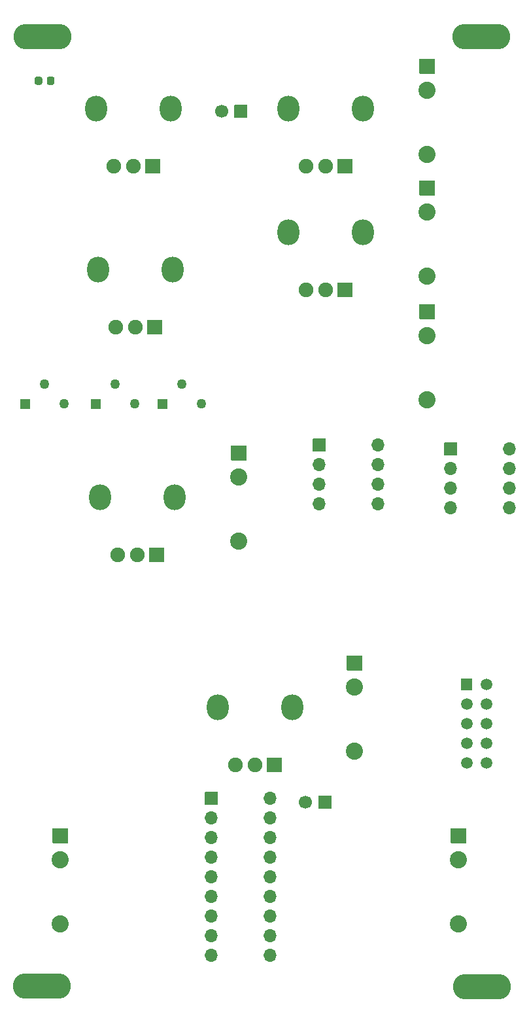
<source format=gbs>
%TF.GenerationSoftware,KiCad,Pcbnew,5.1.8*%
%TF.CreationDate,2020-12-17T16:54:15+01:00*%
%TF.ProjectId,AS3320-VCF,41533333-3230-42d5-9643-462e6b696361,1*%
%TF.SameCoordinates,Original*%
%TF.FileFunction,Soldermask,Bot*%
%TF.FilePolarity,Negative*%
%FSLAX46Y46*%
G04 Gerber Fmt 4.6, Leading zero omitted, Abs format (unit mm)*
G04 Created by KiCad (PCBNEW 5.1.8) date 2020-12-17 16:54:15*
%MOMM*%
%LPD*%
G01*
G04 APERTURE LIST*
%ADD10O,1.700000X1.700000*%
%ADD11C,1.268000*%
%ADD12C,1.900000*%
%ADD13O,2.820000X3.340000*%
%ADD14C,2.230000*%
%ADD15C,1.498000*%
%ADD16C,1.700000*%
%ADD17O,7.500000X3.300000*%
G04 APERTURE END LIST*
D10*
%TO.C,U3*%
X152654000Y-83820000D03*
X145034000Y-91440000D03*
X152654000Y-86360000D03*
X145034000Y-88900000D03*
X152654000Y-88900000D03*
X145034000Y-86360000D03*
X152654000Y-91440000D03*
G36*
G01*
X144184000Y-84620000D02*
X144184000Y-83020000D01*
G75*
G02*
X144234000Y-82970000I50000J0D01*
G01*
X145834000Y-82970000D01*
G75*
G02*
X145884000Y-83020000I0J-50000D01*
G01*
X145884000Y-84620000D01*
G75*
G02*
X145834000Y-84670000I-50000J0D01*
G01*
X144234000Y-84670000D01*
G75*
G02*
X144184000Y-84620000I0J50000D01*
G01*
G37*
%TD*%
%TO.C,U2*%
X138684000Y-129540000D03*
X131064000Y-149860000D03*
X138684000Y-132080000D03*
X131064000Y-147320000D03*
X138684000Y-134620000D03*
X131064000Y-144780000D03*
X138684000Y-137160000D03*
X131064000Y-142240000D03*
X138684000Y-139700000D03*
X131064000Y-139700000D03*
X138684000Y-142240000D03*
X131064000Y-137160000D03*
X138684000Y-144780000D03*
X131064000Y-134620000D03*
X138684000Y-147320000D03*
X131064000Y-132080000D03*
X138684000Y-149860000D03*
G36*
G01*
X130214000Y-130340000D02*
X130214000Y-128740000D01*
G75*
G02*
X130264000Y-128690000I50000J0D01*
G01*
X131864000Y-128690000D01*
G75*
G02*
X131914000Y-128740000I0J-50000D01*
G01*
X131914000Y-130340000D01*
G75*
G02*
X131864000Y-130390000I-50000J0D01*
G01*
X130264000Y-130390000D01*
G75*
G02*
X130214000Y-130340000I0J50000D01*
G01*
G37*
%TD*%
%TO.C,U1*%
X169672000Y-84328000D03*
X162052000Y-91948000D03*
X169672000Y-86868000D03*
X162052000Y-89408000D03*
X169672000Y-89408000D03*
X162052000Y-86868000D03*
X169672000Y-91948000D03*
G36*
G01*
X161202000Y-85128000D02*
X161202000Y-83528000D01*
G75*
G02*
X161252000Y-83478000I50000J0D01*
G01*
X162852000Y-83478000D01*
G75*
G02*
X162902000Y-83528000I0J-50000D01*
G01*
X162902000Y-85128000D01*
G75*
G02*
X162852000Y-85178000I-50000J0D01*
G01*
X161252000Y-85178000D01*
G75*
G02*
X161202000Y-85128000I0J50000D01*
G01*
G37*
%TD*%
%TO.C,RV9*%
G36*
G01*
X115444000Y-79070000D02*
X115444000Y-77902000D01*
G75*
G02*
X115494000Y-77852000I50000J0D01*
G01*
X116662000Y-77852000D01*
G75*
G02*
X116712000Y-77902000I0J-50000D01*
G01*
X116712000Y-79070000D01*
G75*
G02*
X116662000Y-79120000I-50000J0D01*
G01*
X115494000Y-79120000D01*
G75*
G02*
X115444000Y-79070000I0J50000D01*
G01*
G37*
D11*
X121158000Y-78486000D03*
X118618000Y-75946000D03*
%TD*%
%TO.C,RV8*%
X127254000Y-75946000D03*
X129794000Y-78486000D03*
G36*
G01*
X124080000Y-79070000D02*
X124080000Y-77902000D01*
G75*
G02*
X124130000Y-77852000I50000J0D01*
G01*
X125298000Y-77852000D01*
G75*
G02*
X125348000Y-77902000I0J-50000D01*
G01*
X125348000Y-79070000D01*
G75*
G02*
X125298000Y-79120000I-50000J0D01*
G01*
X124130000Y-79120000D01*
G75*
G02*
X124080000Y-79070000I0J50000D01*
G01*
G37*
%TD*%
%TO.C,RV7*%
X109474000Y-75946000D03*
X112014000Y-78486000D03*
G36*
G01*
X106300000Y-79070000D02*
X106300000Y-77902000D01*
G75*
G02*
X106350000Y-77852000I50000J0D01*
G01*
X107518000Y-77852000D01*
G75*
G02*
X107568000Y-77902000I0J-50000D01*
G01*
X107568000Y-79070000D01*
G75*
G02*
X107518000Y-79120000I-50000J0D01*
G01*
X106350000Y-79120000D01*
G75*
G02*
X106300000Y-79070000I0J50000D01*
G01*
G37*
%TD*%
%TO.C,RV6*%
G36*
G01*
X147386000Y-48652000D02*
X147386000Y-46852000D01*
G75*
G02*
X147436000Y-46802000I50000J0D01*
G01*
X149236000Y-46802000D01*
G75*
G02*
X149286000Y-46852000I0J-50000D01*
G01*
X149286000Y-48652000D01*
G75*
G02*
X149236000Y-48702000I-50000J0D01*
G01*
X147436000Y-48702000D01*
G75*
G02*
X147386000Y-48652000I0J50000D01*
G01*
G37*
D12*
X145836000Y-47752000D03*
X143336000Y-47752000D03*
D13*
X141036000Y-40252000D03*
X150636000Y-40252000D03*
%TD*%
%TO.C,RV5*%
G36*
G01*
X147386000Y-64654000D02*
X147386000Y-62854000D01*
G75*
G02*
X147436000Y-62804000I50000J0D01*
G01*
X149236000Y-62804000D01*
G75*
G02*
X149286000Y-62854000I0J-50000D01*
G01*
X149286000Y-64654000D01*
G75*
G02*
X149236000Y-64704000I-50000J0D01*
G01*
X147436000Y-64704000D01*
G75*
G02*
X147386000Y-64654000I0J50000D01*
G01*
G37*
D12*
X145836000Y-63754000D03*
X143336000Y-63754000D03*
D13*
X141036000Y-56254000D03*
X150636000Y-56254000D03*
%TD*%
%TO.C,RES*%
X125998000Y-61080000D03*
X116398000Y-61080000D03*
D12*
X118698000Y-68580000D03*
X121198000Y-68580000D03*
G36*
G01*
X122748000Y-69480000D02*
X122748000Y-67680000D01*
G75*
G02*
X122798000Y-67630000I50000J0D01*
G01*
X124598000Y-67630000D01*
G75*
G02*
X124648000Y-67680000I0J-50000D01*
G01*
X124648000Y-69480000D01*
G75*
G02*
X124598000Y-69530000I-50000J0D01*
G01*
X122798000Y-69530000D01*
G75*
G02*
X122748000Y-69480000I0J50000D01*
G01*
G37*
%TD*%
D13*
%TO.C,FREQ*%
X125744000Y-40252000D03*
X116144000Y-40252000D03*
D12*
X118444000Y-47752000D03*
X120944000Y-47752000D03*
G36*
G01*
X122494000Y-48652000D02*
X122494000Y-46852000D01*
G75*
G02*
X122544000Y-46802000I50000J0D01*
G01*
X124344000Y-46802000D01*
G75*
G02*
X124394000Y-46852000I0J-50000D01*
G01*
X124394000Y-48652000D01*
G75*
G02*
X124344000Y-48702000I-50000J0D01*
G01*
X122544000Y-48702000D01*
G75*
G02*
X122494000Y-48652000I0J50000D01*
G01*
G37*
%TD*%
D13*
%TO.C,RV2*%
X126252000Y-90544000D03*
X116652000Y-90544000D03*
D12*
X118952000Y-98044000D03*
X121452000Y-98044000D03*
G36*
G01*
X123002000Y-98944000D02*
X123002000Y-97144000D01*
G75*
G02*
X123052000Y-97094000I50000J0D01*
G01*
X124852000Y-97094000D01*
G75*
G02*
X124902000Y-97144000I0J-50000D01*
G01*
X124902000Y-98944000D01*
G75*
G02*
X124852000Y-98994000I-50000J0D01*
G01*
X123052000Y-98994000D01*
G75*
G02*
X123002000Y-98944000I0J50000D01*
G01*
G37*
%TD*%
D13*
%TO.C,RV1*%
X141492000Y-117722000D03*
X131892000Y-117722000D03*
D12*
X134192000Y-125222000D03*
X136692000Y-125222000D03*
G36*
G01*
X138242000Y-126122000D02*
X138242000Y-124322000D01*
G75*
G02*
X138292000Y-124272000I50000J0D01*
G01*
X140092000Y-124272000D01*
G75*
G02*
X140142000Y-124322000I0J-50000D01*
G01*
X140142000Y-126122000D01*
G75*
G02*
X140092000Y-126172000I-50000J0D01*
G01*
X138292000Y-126172000D01*
G75*
G02*
X138242000Y-126122000I0J50000D01*
G01*
G37*
%TD*%
D14*
%TO.C,J8*%
X111506000Y-137466000D03*
G36*
G01*
X110491000Y-135281000D02*
X110491000Y-133451000D01*
G75*
G02*
X110541000Y-133401000I50000J0D01*
G01*
X112471000Y-133401000D01*
G75*
G02*
X112521000Y-133451000I0J-50000D01*
G01*
X112521000Y-135281000D01*
G75*
G02*
X112471000Y-135331000I-50000J0D01*
G01*
X110541000Y-135331000D01*
G75*
G02*
X110491000Y-135281000I0J50000D01*
G01*
G37*
X111506000Y-145766000D03*
%TD*%
D15*
%TO.C,J7*%
X164100000Y-124968000D03*
X164100000Y-122428000D03*
X166640000Y-124968000D03*
X166640000Y-122428000D03*
G36*
G01*
X163401000Y-114059000D02*
X164799000Y-114059000D01*
G75*
G02*
X164849000Y-114109000I0J-50000D01*
G01*
X164849000Y-115507000D01*
G75*
G02*
X164799000Y-115557000I-50000J0D01*
G01*
X163401000Y-115557000D01*
G75*
G02*
X163351000Y-115507000I0J50000D01*
G01*
X163351000Y-114109000D01*
G75*
G02*
X163401000Y-114059000I50000J0D01*
G01*
G37*
X164100000Y-117348000D03*
X166640000Y-114808000D03*
X166640000Y-117348000D03*
X164100000Y-119888000D03*
X166640000Y-119888000D03*
%TD*%
D14*
%TO.C,J6*%
X134620000Y-96236000D03*
G36*
G01*
X133605000Y-85751000D02*
X133605000Y-83921000D01*
G75*
G02*
X133655000Y-83871000I50000J0D01*
G01*
X135585000Y-83871000D01*
G75*
G02*
X135635000Y-83921000I0J-50000D01*
G01*
X135635000Y-85751000D01*
G75*
G02*
X135585000Y-85801000I-50000J0D01*
G01*
X133655000Y-85801000D01*
G75*
G02*
X133605000Y-85751000I0J50000D01*
G01*
G37*
X134620000Y-87936000D03*
%TD*%
%TO.C,J5*%
X163068000Y-137466000D03*
G36*
G01*
X162053000Y-135281000D02*
X162053000Y-133451000D01*
G75*
G02*
X162103000Y-133401000I50000J0D01*
G01*
X164033000Y-133401000D01*
G75*
G02*
X164083000Y-133451000I0J-50000D01*
G01*
X164083000Y-135281000D01*
G75*
G02*
X164033000Y-135331000I-50000J0D01*
G01*
X162103000Y-135331000D01*
G75*
G02*
X162053000Y-135281000I0J50000D01*
G01*
G37*
X163068000Y-145766000D03*
%TD*%
%TO.C,J4*%
X149606000Y-123414000D03*
G36*
G01*
X148591000Y-112929000D02*
X148591000Y-111099000D01*
G75*
G02*
X148641000Y-111049000I50000J0D01*
G01*
X150571000Y-111049000D01*
G75*
G02*
X150621000Y-111099000I0J-50000D01*
G01*
X150621000Y-112929000D01*
G75*
G02*
X150571000Y-112979000I-50000J0D01*
G01*
X148641000Y-112979000D01*
G75*
G02*
X148591000Y-112929000I0J50000D01*
G01*
G37*
X149606000Y-115114000D03*
%TD*%
%TO.C,J3*%
X159004000Y-37898000D03*
G36*
G01*
X157989000Y-35713000D02*
X157989000Y-33883000D01*
G75*
G02*
X158039000Y-33833000I50000J0D01*
G01*
X159969000Y-33833000D01*
G75*
G02*
X160019000Y-33883000I0J-50000D01*
G01*
X160019000Y-35713000D01*
G75*
G02*
X159969000Y-35763000I-50000J0D01*
G01*
X158039000Y-35763000D01*
G75*
G02*
X157989000Y-35713000I0J50000D01*
G01*
G37*
X159004000Y-46198000D03*
%TD*%
%TO.C,J2*%
X159004000Y-53646000D03*
G36*
G01*
X157989000Y-51461000D02*
X157989000Y-49631000D01*
G75*
G02*
X158039000Y-49581000I50000J0D01*
G01*
X159969000Y-49581000D01*
G75*
G02*
X160019000Y-49631000I0J-50000D01*
G01*
X160019000Y-51461000D01*
G75*
G02*
X159969000Y-51511000I-50000J0D01*
G01*
X158039000Y-51511000D01*
G75*
G02*
X157989000Y-51461000I0J50000D01*
G01*
G37*
X159004000Y-61946000D03*
%TD*%
%TO.C,J1*%
X159004000Y-77948000D03*
G36*
G01*
X157989000Y-67463000D02*
X157989000Y-65633000D01*
G75*
G02*
X158039000Y-65583000I50000J0D01*
G01*
X159969000Y-65583000D01*
G75*
G02*
X160019000Y-65633000I0J-50000D01*
G01*
X160019000Y-67463000D01*
G75*
G02*
X159969000Y-67513000I-50000J0D01*
G01*
X158039000Y-67513000D01*
G75*
G02*
X157989000Y-67463000I0J50000D01*
G01*
G37*
X159004000Y-69648000D03*
%TD*%
%TO.C,D1*%
G36*
G01*
X109750000Y-36961250D02*
X109750000Y-36398750D01*
G75*
G02*
X109993750Y-36155000I243750J0D01*
G01*
X110481250Y-36155000D01*
G75*
G02*
X110725000Y-36398750I0J-243750D01*
G01*
X110725000Y-36961250D01*
G75*
G02*
X110481250Y-37205000I-243750J0D01*
G01*
X109993750Y-37205000D01*
G75*
G02*
X109750000Y-36961250I0J243750D01*
G01*
G37*
G36*
G01*
X108175000Y-36961250D02*
X108175000Y-36398750D01*
G75*
G02*
X108418750Y-36155000I243750J0D01*
G01*
X108906250Y-36155000D01*
G75*
G02*
X109150000Y-36398750I0J-243750D01*
G01*
X109150000Y-36961250D01*
G75*
G02*
X108906250Y-37205000I-243750J0D01*
G01*
X108418750Y-37205000D01*
G75*
G02*
X108175000Y-36961250I0J243750D01*
G01*
G37*
%TD*%
%TO.C,C6*%
G36*
G01*
X146606000Y-129248000D02*
X146606000Y-130848000D01*
G75*
G02*
X146556000Y-130898000I-50000J0D01*
G01*
X144956000Y-130898000D01*
G75*
G02*
X144906000Y-130848000I0J50000D01*
G01*
X144906000Y-129248000D01*
G75*
G02*
X144956000Y-129198000I50000J0D01*
G01*
X146556000Y-129198000D01*
G75*
G02*
X146606000Y-129248000I0J-50000D01*
G01*
G37*
D16*
X143256000Y-130048000D03*
%TD*%
%TO.C,C2*%
X132374000Y-40640000D03*
G36*
G01*
X135724000Y-39840000D02*
X135724000Y-41440000D01*
G75*
G02*
X135674000Y-41490000I-50000J0D01*
G01*
X134074000Y-41490000D01*
G75*
G02*
X134024000Y-41440000I0J50000D01*
G01*
X134024000Y-39840000D01*
G75*
G02*
X134074000Y-39790000I50000J0D01*
G01*
X135674000Y-39790000D01*
G75*
G02*
X135724000Y-39840000I0J-50000D01*
G01*
G37*
%TD*%
D17*
%TO.C,TOP_RIGHT_MOUNT*%
X165970000Y-30988000D03*
%TD*%
%TO.C,TOP_LEFT_MOUNT*%
X109220000Y-30988000D03*
%TD*%
%TO.C,BOTTOM_LEFT_MOUNT*%
X109060000Y-153840000D03*
%TD*%
%TO.C,BOTTOM_RIGHT_MOUNT*%
X166090000Y-153924000D03*
%TD*%
M02*

</source>
